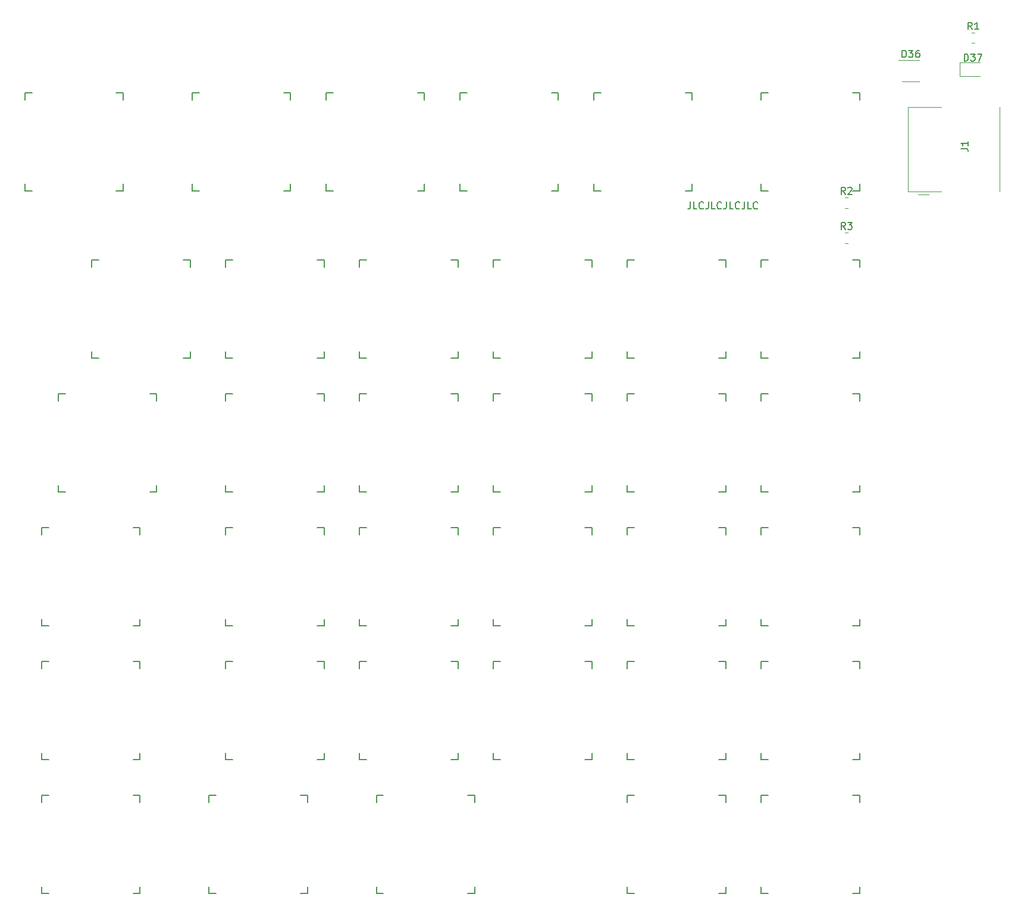
<source format=gto>
G04 #@! TF.GenerationSoftware,KiCad,Pcbnew,5.1.12-1.fc34*
G04 #@! TF.CreationDate,2021-12-19T19:02:19+02:00*
G04 #@! TF.ProjectId,slash_left,736c6173-685f-46c6-9566-742e6b696361,rev?*
G04 #@! TF.SameCoordinates,Original*
G04 #@! TF.FileFunction,Legend,Top*
G04 #@! TF.FilePolarity,Positive*
%FSLAX46Y46*%
G04 Gerber Fmt 4.6, Leading zero omitted, Abs format (unit mm)*
G04 Created by KiCad (PCBNEW 5.1.12-1.fc34) date 2021-12-19 19:02:19*
%MOMM*%
%LPD*%
G01*
G04 APERTURE LIST*
%ADD10C,0.150000*%
%ADD11C,0.120000*%
%ADD12C,1.701800*%
%ADD13C,3.987800*%
%ADD14C,3.000000*%
%ADD15R,1.520000X1.520000*%
%ADD16C,2.500000*%
%ADD17C,1.520000*%
%ADD18R,1.400000X1.000000*%
%ADD19R,1.400000X1.200000*%
G04 APERTURE END LIST*
D10*
X125780952Y-41882380D02*
X125780952Y-42596666D01*
X125733333Y-42739523D01*
X125638095Y-42834761D01*
X125495238Y-42882380D01*
X125400000Y-42882380D01*
X126733333Y-42882380D02*
X126257142Y-42882380D01*
X126257142Y-41882380D01*
X127638095Y-42787142D02*
X127590476Y-42834761D01*
X127447619Y-42882380D01*
X127352380Y-42882380D01*
X127209523Y-42834761D01*
X127114285Y-42739523D01*
X127066666Y-42644285D01*
X127019047Y-42453809D01*
X127019047Y-42310952D01*
X127066666Y-42120476D01*
X127114285Y-42025238D01*
X127209523Y-41930000D01*
X127352380Y-41882380D01*
X127447619Y-41882380D01*
X127590476Y-41930000D01*
X127638095Y-41977619D01*
X128352380Y-41882380D02*
X128352380Y-42596666D01*
X128304761Y-42739523D01*
X128209523Y-42834761D01*
X128066666Y-42882380D01*
X127971428Y-42882380D01*
X129304761Y-42882380D02*
X128828571Y-42882380D01*
X128828571Y-41882380D01*
X130209523Y-42787142D02*
X130161904Y-42834761D01*
X130019047Y-42882380D01*
X129923809Y-42882380D01*
X129780952Y-42834761D01*
X129685714Y-42739523D01*
X129638095Y-42644285D01*
X129590476Y-42453809D01*
X129590476Y-42310952D01*
X129638095Y-42120476D01*
X129685714Y-42025238D01*
X129780952Y-41930000D01*
X129923809Y-41882380D01*
X130019047Y-41882380D01*
X130161904Y-41930000D01*
X130209523Y-41977619D01*
X130923809Y-41882380D02*
X130923809Y-42596666D01*
X130876190Y-42739523D01*
X130780952Y-42834761D01*
X130638095Y-42882380D01*
X130542857Y-42882380D01*
X131876190Y-42882380D02*
X131400000Y-42882380D01*
X131400000Y-41882380D01*
X132780952Y-42787142D02*
X132733333Y-42834761D01*
X132590476Y-42882380D01*
X132495238Y-42882380D01*
X132352380Y-42834761D01*
X132257142Y-42739523D01*
X132209523Y-42644285D01*
X132161904Y-42453809D01*
X132161904Y-42310952D01*
X132209523Y-42120476D01*
X132257142Y-42025238D01*
X132352380Y-41930000D01*
X132495238Y-41882380D01*
X132590476Y-41882380D01*
X132733333Y-41930000D01*
X132780952Y-41977619D01*
X133495238Y-41882380D02*
X133495238Y-42596666D01*
X133447619Y-42739523D01*
X133352380Y-42834761D01*
X133209523Y-42882380D01*
X133114285Y-42882380D01*
X134447619Y-42882380D02*
X133971428Y-42882380D01*
X133971428Y-41882380D01*
X135352380Y-42787142D02*
X135304761Y-42834761D01*
X135161904Y-42882380D01*
X135066666Y-42882380D01*
X134923809Y-42834761D01*
X134828571Y-42739523D01*
X134780952Y-42644285D01*
X134733333Y-42453809D01*
X134733333Y-42310952D01*
X134780952Y-42120476D01*
X134828571Y-42025238D01*
X134923809Y-41930000D01*
X135066666Y-41882380D01*
X135161904Y-41882380D01*
X135304761Y-41930000D01*
X135352380Y-41977619D01*
X111775000Y-88250000D02*
X111775000Y-89250000D01*
X110775000Y-102250000D02*
X111775000Y-102250000D01*
X111775000Y-88250000D02*
X110775000Y-88250000D01*
X111775000Y-101250000D02*
X111775000Y-102250000D01*
X97775000Y-102250000D02*
X97775000Y-101250000D01*
X98775000Y-88250000D02*
X97775000Y-88250000D01*
X97775000Y-102250000D02*
X98775000Y-102250000D01*
X97775000Y-89250000D02*
X97775000Y-88250000D01*
X149875000Y-126350000D02*
X149875000Y-127350000D01*
X148875000Y-140350000D02*
X149875000Y-140350000D01*
X149875000Y-126350000D02*
X148875000Y-126350000D01*
X149875000Y-139350000D02*
X149875000Y-140350000D01*
X135875000Y-140350000D02*
X135875000Y-139350000D01*
X136875000Y-126350000D02*
X135875000Y-126350000D01*
X135875000Y-140350000D02*
X136875000Y-140350000D01*
X135875000Y-127350000D02*
X135875000Y-126350000D01*
X130825000Y-126350000D02*
X130825000Y-127350000D01*
X129825000Y-140350000D02*
X130825000Y-140350000D01*
X130825000Y-126350000D02*
X129825000Y-126350000D01*
X130825000Y-139350000D02*
X130825000Y-140350000D01*
X116825000Y-140350000D02*
X116825000Y-139350000D01*
X117825000Y-126350000D02*
X116825000Y-126350000D01*
X116825000Y-140350000D02*
X117825000Y-140350000D01*
X116825000Y-127350000D02*
X116825000Y-126350000D01*
X95106250Y-126350000D02*
X95106250Y-127350000D01*
X94106250Y-140350000D02*
X95106250Y-140350000D01*
X95106250Y-126350000D02*
X94106250Y-126350000D01*
X95106250Y-139350000D02*
X95106250Y-140350000D01*
X81106250Y-140350000D02*
X81106250Y-139350000D01*
X82106250Y-126350000D02*
X81106250Y-126350000D01*
X81106250Y-140350000D02*
X82106250Y-140350000D01*
X81106250Y-127350000D02*
X81106250Y-126350000D01*
X71293750Y-126350000D02*
X71293750Y-127350000D01*
X70293750Y-140350000D02*
X71293750Y-140350000D01*
X71293750Y-126350000D02*
X70293750Y-126350000D01*
X71293750Y-139350000D02*
X71293750Y-140350000D01*
X57293750Y-140350000D02*
X57293750Y-139350000D01*
X58293750Y-126350000D02*
X57293750Y-126350000D01*
X57293750Y-140350000D02*
X58293750Y-140350000D01*
X57293750Y-127350000D02*
X57293750Y-126350000D01*
X47481250Y-126350000D02*
X47481250Y-127350000D01*
X46481250Y-140350000D02*
X47481250Y-140350000D01*
X47481250Y-126350000D02*
X46481250Y-126350000D01*
X47481250Y-139350000D02*
X47481250Y-140350000D01*
X33481250Y-140350000D02*
X33481250Y-139350000D01*
X34481250Y-126350000D02*
X33481250Y-126350000D01*
X33481250Y-140350000D02*
X34481250Y-140350000D01*
X33481250Y-127350000D02*
X33481250Y-126350000D01*
X149875000Y-107300000D02*
X149875000Y-108300000D01*
X148875000Y-121300000D02*
X149875000Y-121300000D01*
X149875000Y-107300000D02*
X148875000Y-107300000D01*
X149875000Y-120300000D02*
X149875000Y-121300000D01*
X135875000Y-121300000D02*
X135875000Y-120300000D01*
X136875000Y-107300000D02*
X135875000Y-107300000D01*
X135875000Y-121300000D02*
X136875000Y-121300000D01*
X135875000Y-108300000D02*
X135875000Y-107300000D01*
X130825000Y-107300000D02*
X130825000Y-108300000D01*
X129825000Y-121300000D02*
X130825000Y-121300000D01*
X130825000Y-107300000D02*
X129825000Y-107300000D01*
X130825000Y-120300000D02*
X130825000Y-121300000D01*
X116825000Y-121300000D02*
X116825000Y-120300000D01*
X117825000Y-107300000D02*
X116825000Y-107300000D01*
X116825000Y-121300000D02*
X117825000Y-121300000D01*
X116825000Y-108300000D02*
X116825000Y-107300000D01*
X111775000Y-107300000D02*
X111775000Y-108300000D01*
X110775000Y-121300000D02*
X111775000Y-121300000D01*
X111775000Y-107300000D02*
X110775000Y-107300000D01*
X111775000Y-120300000D02*
X111775000Y-121300000D01*
X97775000Y-121300000D02*
X97775000Y-120300000D01*
X98775000Y-107300000D02*
X97775000Y-107300000D01*
X97775000Y-121300000D02*
X98775000Y-121300000D01*
X97775000Y-108300000D02*
X97775000Y-107300000D01*
X92725000Y-107300000D02*
X92725000Y-108300000D01*
X91725000Y-121300000D02*
X92725000Y-121300000D01*
X92725000Y-107300000D02*
X91725000Y-107300000D01*
X92725000Y-120300000D02*
X92725000Y-121300000D01*
X78725000Y-121300000D02*
X78725000Y-120300000D01*
X79725000Y-107300000D02*
X78725000Y-107300000D01*
X78725000Y-121300000D02*
X79725000Y-121300000D01*
X78725000Y-108300000D02*
X78725000Y-107300000D01*
X73675000Y-107300000D02*
X73675000Y-108300000D01*
X72675000Y-121300000D02*
X73675000Y-121300000D01*
X73675000Y-107300000D02*
X72675000Y-107300000D01*
X73675000Y-120300000D02*
X73675000Y-121300000D01*
X59675000Y-121300000D02*
X59675000Y-120300000D01*
X60675000Y-107300000D02*
X59675000Y-107300000D01*
X59675000Y-121300000D02*
X60675000Y-121300000D01*
X59675000Y-108300000D02*
X59675000Y-107300000D01*
X47481250Y-107300000D02*
X47481250Y-108300000D01*
X46481250Y-121300000D02*
X47481250Y-121300000D01*
X47481250Y-107300000D02*
X46481250Y-107300000D01*
X47481250Y-120300000D02*
X47481250Y-121300000D01*
X33481250Y-121300000D02*
X33481250Y-120300000D01*
X34481250Y-107300000D02*
X33481250Y-107300000D01*
X33481250Y-121300000D02*
X34481250Y-121300000D01*
X33481250Y-108300000D02*
X33481250Y-107300000D01*
X149875000Y-88250000D02*
X149875000Y-89250000D01*
X148875000Y-102250000D02*
X149875000Y-102250000D01*
X149875000Y-88250000D02*
X148875000Y-88250000D01*
X149875000Y-101250000D02*
X149875000Y-102250000D01*
X135875000Y-102250000D02*
X135875000Y-101250000D01*
X136875000Y-88250000D02*
X135875000Y-88250000D01*
X135875000Y-102250000D02*
X136875000Y-102250000D01*
X135875000Y-89250000D02*
X135875000Y-88250000D01*
X130825000Y-88250000D02*
X130825000Y-89250000D01*
X129825000Y-102250000D02*
X130825000Y-102250000D01*
X130825000Y-88250000D02*
X129825000Y-88250000D01*
X130825000Y-101250000D02*
X130825000Y-102250000D01*
X116825000Y-102250000D02*
X116825000Y-101250000D01*
X117825000Y-88250000D02*
X116825000Y-88250000D01*
X116825000Y-102250000D02*
X117825000Y-102250000D01*
X116825000Y-89250000D02*
X116825000Y-88250000D01*
X92725000Y-88250000D02*
X92725000Y-89250000D01*
X91725000Y-102250000D02*
X92725000Y-102250000D01*
X92725000Y-88250000D02*
X91725000Y-88250000D01*
X92725000Y-101250000D02*
X92725000Y-102250000D01*
X78725000Y-102250000D02*
X78725000Y-101250000D01*
X79725000Y-88250000D02*
X78725000Y-88250000D01*
X78725000Y-102250000D02*
X79725000Y-102250000D01*
X78725000Y-89250000D02*
X78725000Y-88250000D01*
X73675000Y-88250000D02*
X73675000Y-89250000D01*
X72675000Y-102250000D02*
X73675000Y-102250000D01*
X73675000Y-88250000D02*
X72675000Y-88250000D01*
X73675000Y-101250000D02*
X73675000Y-102250000D01*
X59675000Y-102250000D02*
X59675000Y-101250000D01*
X60675000Y-88250000D02*
X59675000Y-88250000D01*
X59675000Y-102250000D02*
X60675000Y-102250000D01*
X59675000Y-89250000D02*
X59675000Y-88250000D01*
X47481250Y-88250000D02*
X47481250Y-89250000D01*
X46481250Y-102250000D02*
X47481250Y-102250000D01*
X47481250Y-88250000D02*
X46481250Y-88250000D01*
X47481250Y-101250000D02*
X47481250Y-102250000D01*
X33481250Y-102250000D02*
X33481250Y-101250000D01*
X34481250Y-88250000D02*
X33481250Y-88250000D01*
X33481250Y-102250000D02*
X34481250Y-102250000D01*
X33481250Y-89250000D02*
X33481250Y-88250000D01*
X149875000Y-69200000D02*
X149875000Y-70200000D01*
X148875000Y-83200000D02*
X149875000Y-83200000D01*
X149875000Y-69200000D02*
X148875000Y-69200000D01*
X149875000Y-82200000D02*
X149875000Y-83200000D01*
X135875000Y-83200000D02*
X135875000Y-82200000D01*
X136875000Y-69200000D02*
X135875000Y-69200000D01*
X135875000Y-83200000D02*
X136875000Y-83200000D01*
X135875000Y-70200000D02*
X135875000Y-69200000D01*
X130825000Y-69200000D02*
X130825000Y-70200000D01*
X129825000Y-83200000D02*
X130825000Y-83200000D01*
X130825000Y-69200000D02*
X129825000Y-69200000D01*
X130825000Y-82200000D02*
X130825000Y-83200000D01*
X116825000Y-83200000D02*
X116825000Y-82200000D01*
X117825000Y-69200000D02*
X116825000Y-69200000D01*
X116825000Y-83200000D02*
X117825000Y-83200000D01*
X116825000Y-70200000D02*
X116825000Y-69200000D01*
X111775000Y-69200000D02*
X111775000Y-70200000D01*
X110775000Y-83200000D02*
X111775000Y-83200000D01*
X111775000Y-69200000D02*
X110775000Y-69200000D01*
X111775000Y-82200000D02*
X111775000Y-83200000D01*
X97775000Y-83200000D02*
X97775000Y-82200000D01*
X98775000Y-69200000D02*
X97775000Y-69200000D01*
X97775000Y-83200000D02*
X98775000Y-83200000D01*
X97775000Y-70200000D02*
X97775000Y-69200000D01*
X92725000Y-69200000D02*
X92725000Y-70200000D01*
X91725000Y-83200000D02*
X92725000Y-83200000D01*
X92725000Y-69200000D02*
X91725000Y-69200000D01*
X92725000Y-82200000D02*
X92725000Y-83200000D01*
X78725000Y-83200000D02*
X78725000Y-82200000D01*
X79725000Y-69200000D02*
X78725000Y-69200000D01*
X78725000Y-83200000D02*
X79725000Y-83200000D01*
X78725000Y-70200000D02*
X78725000Y-69200000D01*
X73675000Y-69200000D02*
X73675000Y-70200000D01*
X72675000Y-83200000D02*
X73675000Y-83200000D01*
X73675000Y-69200000D02*
X72675000Y-69200000D01*
X73675000Y-82200000D02*
X73675000Y-83200000D01*
X59675000Y-83200000D02*
X59675000Y-82200000D01*
X60675000Y-69200000D02*
X59675000Y-69200000D01*
X59675000Y-83200000D02*
X60675000Y-83200000D01*
X59675000Y-70200000D02*
X59675000Y-69200000D01*
X49862500Y-69200000D02*
X49862500Y-70200000D01*
X48862500Y-83200000D02*
X49862500Y-83200000D01*
X49862500Y-69200000D02*
X48862500Y-69200000D01*
X49862500Y-82200000D02*
X49862500Y-83200000D01*
X35862500Y-83200000D02*
X35862500Y-82200000D01*
X36862500Y-69200000D02*
X35862500Y-69200000D01*
X35862500Y-83200000D02*
X36862500Y-83200000D01*
X35862500Y-70200000D02*
X35862500Y-69200000D01*
X149875000Y-50150000D02*
X149875000Y-51150000D01*
X148875000Y-64150000D02*
X149875000Y-64150000D01*
X149875000Y-50150000D02*
X148875000Y-50150000D01*
X149875000Y-63150000D02*
X149875000Y-64150000D01*
X135875000Y-64150000D02*
X135875000Y-63150000D01*
X136875000Y-50150000D02*
X135875000Y-50150000D01*
X135875000Y-64150000D02*
X136875000Y-64150000D01*
X135875000Y-51150000D02*
X135875000Y-50150000D01*
X130825000Y-50150000D02*
X130825000Y-51150000D01*
X129825000Y-64150000D02*
X130825000Y-64150000D01*
X130825000Y-50150000D02*
X129825000Y-50150000D01*
X130825000Y-63150000D02*
X130825000Y-64150000D01*
X116825000Y-64150000D02*
X116825000Y-63150000D01*
X117825000Y-50150000D02*
X116825000Y-50150000D01*
X116825000Y-64150000D02*
X117825000Y-64150000D01*
X116825000Y-51150000D02*
X116825000Y-50150000D01*
X111775000Y-50150000D02*
X111775000Y-51150000D01*
X110775000Y-64150000D02*
X111775000Y-64150000D01*
X111775000Y-50150000D02*
X110775000Y-50150000D01*
X111775000Y-63150000D02*
X111775000Y-64150000D01*
X97775000Y-64150000D02*
X97775000Y-63150000D01*
X98775000Y-50150000D02*
X97775000Y-50150000D01*
X97775000Y-64150000D02*
X98775000Y-64150000D01*
X97775000Y-51150000D02*
X97775000Y-50150000D01*
X92725000Y-50150000D02*
X92725000Y-51150000D01*
X91725000Y-64150000D02*
X92725000Y-64150000D01*
X92725000Y-50150000D02*
X91725000Y-50150000D01*
X92725000Y-63150000D02*
X92725000Y-64150000D01*
X78725000Y-64150000D02*
X78725000Y-63150000D01*
X79725000Y-50150000D02*
X78725000Y-50150000D01*
X78725000Y-64150000D02*
X79725000Y-64150000D01*
X78725000Y-51150000D02*
X78725000Y-50150000D01*
X73675000Y-50150000D02*
X73675000Y-51150000D01*
X72675000Y-64150000D02*
X73675000Y-64150000D01*
X73675000Y-50150000D02*
X72675000Y-50150000D01*
X73675000Y-63150000D02*
X73675000Y-64150000D01*
X59675000Y-64150000D02*
X59675000Y-63150000D01*
X60675000Y-50150000D02*
X59675000Y-50150000D01*
X59675000Y-64150000D02*
X60675000Y-64150000D01*
X59675000Y-51150000D02*
X59675000Y-50150000D01*
X54625000Y-50150000D02*
X54625000Y-51150000D01*
X53625000Y-64150000D02*
X54625000Y-64150000D01*
X54625000Y-50150000D02*
X53625000Y-50150000D01*
X54625000Y-63150000D02*
X54625000Y-64150000D01*
X40625000Y-64150000D02*
X40625000Y-63150000D01*
X41625000Y-50150000D02*
X40625000Y-50150000D01*
X40625000Y-64150000D02*
X41625000Y-64150000D01*
X40625000Y-51150000D02*
X40625000Y-50150000D01*
X149875000Y-26337500D02*
X149875000Y-27337500D01*
X148875000Y-40337500D02*
X149875000Y-40337500D01*
X149875000Y-26337500D02*
X148875000Y-26337500D01*
X149875000Y-39337500D02*
X149875000Y-40337500D01*
X135875000Y-40337500D02*
X135875000Y-39337500D01*
X136875000Y-26337500D02*
X135875000Y-26337500D01*
X135875000Y-40337500D02*
X136875000Y-40337500D01*
X135875000Y-27337500D02*
X135875000Y-26337500D01*
X126062500Y-26337500D02*
X126062500Y-27337500D01*
X125062500Y-40337500D02*
X126062500Y-40337500D01*
X126062500Y-26337500D02*
X125062500Y-26337500D01*
X126062500Y-39337500D02*
X126062500Y-40337500D01*
X112062500Y-40337500D02*
X112062500Y-39337500D01*
X113062500Y-26337500D02*
X112062500Y-26337500D01*
X112062500Y-40337500D02*
X113062500Y-40337500D01*
X112062500Y-27337500D02*
X112062500Y-26337500D01*
X107012500Y-26337500D02*
X107012500Y-27337500D01*
X106012500Y-40337500D02*
X107012500Y-40337500D01*
X107012500Y-26337500D02*
X106012500Y-26337500D01*
X107012500Y-39337500D02*
X107012500Y-40337500D01*
X93012500Y-40337500D02*
X93012500Y-39337500D01*
X94012500Y-26337500D02*
X93012500Y-26337500D01*
X93012500Y-40337500D02*
X94012500Y-40337500D01*
X93012500Y-27337500D02*
X93012500Y-26337500D01*
X87962500Y-26337500D02*
X87962500Y-27337500D01*
X86962500Y-40337500D02*
X87962500Y-40337500D01*
X87962500Y-26337500D02*
X86962500Y-26337500D01*
X87962500Y-39337500D02*
X87962500Y-40337500D01*
X73962500Y-40337500D02*
X73962500Y-39337500D01*
X74962500Y-26337500D02*
X73962500Y-26337500D01*
X73962500Y-40337500D02*
X74962500Y-40337500D01*
X73962500Y-27337500D02*
X73962500Y-26337500D01*
X68912500Y-26337500D02*
X68912500Y-27337500D01*
X67912500Y-40337500D02*
X68912500Y-40337500D01*
X68912500Y-26337500D02*
X67912500Y-26337500D01*
X68912500Y-39337500D02*
X68912500Y-40337500D01*
X54912500Y-40337500D02*
X54912500Y-39337500D01*
X55912500Y-26337500D02*
X54912500Y-26337500D01*
X54912500Y-40337500D02*
X55912500Y-40337500D01*
X54912500Y-27337500D02*
X54912500Y-26337500D01*
X45100000Y-26337500D02*
X45100000Y-27337500D01*
X44100000Y-40337500D02*
X45100000Y-40337500D01*
X45100000Y-26337500D02*
X44100000Y-26337500D01*
X45100000Y-39337500D02*
X45100000Y-40337500D01*
X31100000Y-40337500D02*
X31100000Y-39337500D01*
X32100000Y-26337500D02*
X31100000Y-26337500D01*
X31100000Y-40337500D02*
X32100000Y-40337500D01*
X31100000Y-27337500D02*
X31100000Y-26337500D01*
D11*
X147772936Y-47735000D02*
X148227064Y-47735000D01*
X147772936Y-46265000D02*
X148227064Y-46265000D01*
X147772936Y-42735000D02*
X148227064Y-42735000D01*
X147772936Y-41265000D02*
X148227064Y-41265000D01*
X165812936Y-19255000D02*
X166267064Y-19255000D01*
X165812936Y-17785000D02*
X166267064Y-17785000D01*
X159700000Y-40840000D02*
X158170000Y-40840000D01*
X161470000Y-40370000D02*
X156770000Y-40370000D01*
X169770000Y-28390000D02*
X169770000Y-40370000D01*
X156770000Y-28390000D02*
X161470000Y-28390000D01*
X156770000Y-40370000D02*
X156770000Y-28390000D01*
X164120000Y-23980000D02*
X166980000Y-23980000D01*
X164120000Y-22060000D02*
X164120000Y-23980000D01*
X166980000Y-22060000D02*
X164120000Y-22060000D01*
X158340000Y-21680000D02*
X155390000Y-21680000D01*
X155940000Y-24780000D02*
X158340000Y-24780000D01*
D10*
X147833333Y-45802380D02*
X147500000Y-45326190D01*
X147261904Y-45802380D02*
X147261904Y-44802380D01*
X147642857Y-44802380D01*
X147738095Y-44850000D01*
X147785714Y-44897619D01*
X147833333Y-44992857D01*
X147833333Y-45135714D01*
X147785714Y-45230952D01*
X147738095Y-45278571D01*
X147642857Y-45326190D01*
X147261904Y-45326190D01*
X148166666Y-44802380D02*
X148785714Y-44802380D01*
X148452380Y-45183333D01*
X148595238Y-45183333D01*
X148690476Y-45230952D01*
X148738095Y-45278571D01*
X148785714Y-45373809D01*
X148785714Y-45611904D01*
X148738095Y-45707142D01*
X148690476Y-45754761D01*
X148595238Y-45802380D01*
X148309523Y-45802380D01*
X148214285Y-45754761D01*
X148166666Y-45707142D01*
X147833333Y-40802380D02*
X147500000Y-40326190D01*
X147261904Y-40802380D02*
X147261904Y-39802380D01*
X147642857Y-39802380D01*
X147738095Y-39850000D01*
X147785714Y-39897619D01*
X147833333Y-39992857D01*
X147833333Y-40135714D01*
X147785714Y-40230952D01*
X147738095Y-40278571D01*
X147642857Y-40326190D01*
X147261904Y-40326190D01*
X148214285Y-39897619D02*
X148261904Y-39850000D01*
X148357142Y-39802380D01*
X148595238Y-39802380D01*
X148690476Y-39850000D01*
X148738095Y-39897619D01*
X148785714Y-39992857D01*
X148785714Y-40088095D01*
X148738095Y-40230952D01*
X148166666Y-40802380D01*
X148785714Y-40802380D01*
X165873333Y-17322380D02*
X165540000Y-16846190D01*
X165301904Y-17322380D02*
X165301904Y-16322380D01*
X165682857Y-16322380D01*
X165778095Y-16370000D01*
X165825714Y-16417619D01*
X165873333Y-16512857D01*
X165873333Y-16655714D01*
X165825714Y-16750952D01*
X165778095Y-16798571D01*
X165682857Y-16846190D01*
X165301904Y-16846190D01*
X166825714Y-17322380D02*
X166254285Y-17322380D01*
X166540000Y-17322380D02*
X166540000Y-16322380D01*
X166444761Y-16465238D01*
X166349523Y-16560476D01*
X166254285Y-16608095D01*
X164282380Y-34273333D02*
X164996666Y-34273333D01*
X165139523Y-34320952D01*
X165234761Y-34416190D01*
X165282380Y-34559047D01*
X165282380Y-34654285D01*
X165282380Y-33273333D02*
X165282380Y-33844761D01*
X165282380Y-33559047D02*
X164282380Y-33559047D01*
X164425238Y-33654285D01*
X164520476Y-33749523D01*
X164568095Y-33844761D01*
X164765714Y-21822380D02*
X164765714Y-20822380D01*
X165003809Y-20822380D01*
X165146666Y-20870000D01*
X165241904Y-20965238D01*
X165289523Y-21060476D01*
X165337142Y-21250952D01*
X165337142Y-21393809D01*
X165289523Y-21584285D01*
X165241904Y-21679523D01*
X165146666Y-21774761D01*
X165003809Y-21822380D01*
X164765714Y-21822380D01*
X165670476Y-20822380D02*
X166289523Y-20822380D01*
X165956190Y-21203333D01*
X166099047Y-21203333D01*
X166194285Y-21250952D01*
X166241904Y-21298571D01*
X166289523Y-21393809D01*
X166289523Y-21631904D01*
X166241904Y-21727142D01*
X166194285Y-21774761D01*
X166099047Y-21822380D01*
X165813333Y-21822380D01*
X165718095Y-21774761D01*
X165670476Y-21727142D01*
X166622857Y-20822380D02*
X167289523Y-20822380D01*
X166860952Y-21822380D01*
X155945714Y-21302380D02*
X155945714Y-20302380D01*
X156183809Y-20302380D01*
X156326666Y-20350000D01*
X156421904Y-20445238D01*
X156469523Y-20540476D01*
X156517142Y-20730952D01*
X156517142Y-20873809D01*
X156469523Y-21064285D01*
X156421904Y-21159523D01*
X156326666Y-21254761D01*
X156183809Y-21302380D01*
X155945714Y-21302380D01*
X156850476Y-20302380D02*
X157469523Y-20302380D01*
X157136190Y-20683333D01*
X157279047Y-20683333D01*
X157374285Y-20730952D01*
X157421904Y-20778571D01*
X157469523Y-20873809D01*
X157469523Y-21111904D01*
X157421904Y-21207142D01*
X157374285Y-21254761D01*
X157279047Y-21302380D01*
X156993333Y-21302380D01*
X156898095Y-21254761D01*
X156850476Y-21207142D01*
X158326666Y-20302380D02*
X158136190Y-20302380D01*
X158040952Y-20350000D01*
X157993333Y-20397619D01*
X157898095Y-20540476D01*
X157850476Y-20730952D01*
X157850476Y-21111904D01*
X157898095Y-21207142D01*
X157945714Y-21254761D01*
X158040952Y-21302380D01*
X158231428Y-21302380D01*
X158326666Y-21254761D01*
X158374285Y-21207142D01*
X158421904Y-21111904D01*
X158421904Y-20873809D01*
X158374285Y-20778571D01*
X158326666Y-20730952D01*
X158231428Y-20683333D01*
X158040952Y-20683333D01*
X157945714Y-20730952D01*
X157898095Y-20778571D01*
X157850476Y-20873809D01*
%LPC*%
D12*
X99695000Y-95250000D03*
X109855000Y-95250000D03*
D13*
X104775000Y-95250000D03*
D14*
X100965000Y-92710000D03*
X107315000Y-90170000D03*
D12*
X137795000Y-133350000D03*
X147955000Y-133350000D03*
D13*
X142875000Y-133350000D03*
D14*
X139065000Y-130810000D03*
X145415000Y-128270000D03*
D12*
X118745000Y-133350000D03*
X128905000Y-133350000D03*
D13*
X123825000Y-133350000D03*
D14*
X120015000Y-130810000D03*
X126365000Y-128270000D03*
D12*
X83026250Y-133350000D03*
X93186250Y-133350000D03*
D13*
X88106250Y-133350000D03*
D14*
X84296250Y-130810000D03*
X90646250Y-128270000D03*
D12*
X59213750Y-133350000D03*
X69373750Y-133350000D03*
D13*
X64293750Y-133350000D03*
D14*
X60483750Y-130810000D03*
X66833750Y-128270000D03*
D12*
X35401250Y-133350000D03*
X45561250Y-133350000D03*
D13*
X40481250Y-133350000D03*
D14*
X36671250Y-130810000D03*
X43021250Y-128270000D03*
D12*
X137795000Y-114300000D03*
X147955000Y-114300000D03*
D13*
X142875000Y-114300000D03*
D14*
X139065000Y-111760000D03*
X145415000Y-109220000D03*
D12*
X118745000Y-114300000D03*
X128905000Y-114300000D03*
D13*
X123825000Y-114300000D03*
D14*
X120015000Y-111760000D03*
X126365000Y-109220000D03*
D12*
X99695000Y-114300000D03*
X109855000Y-114300000D03*
D13*
X104775000Y-114300000D03*
D14*
X100965000Y-111760000D03*
X107315000Y-109220000D03*
D12*
X80645000Y-114300000D03*
X90805000Y-114300000D03*
D13*
X85725000Y-114300000D03*
D14*
X81915000Y-111760000D03*
X88265000Y-109220000D03*
D12*
X61595000Y-114300000D03*
X71755000Y-114300000D03*
D13*
X66675000Y-114300000D03*
D14*
X62865000Y-111760000D03*
X69215000Y-109220000D03*
D12*
X35401250Y-114300000D03*
X45561250Y-114300000D03*
D13*
X40481250Y-114300000D03*
D14*
X36671250Y-111760000D03*
X43021250Y-109220000D03*
D12*
X137795000Y-95250000D03*
X147955000Y-95250000D03*
D13*
X142875000Y-95250000D03*
D14*
X139065000Y-92710000D03*
X145415000Y-90170000D03*
D12*
X118745000Y-95250000D03*
X128905000Y-95250000D03*
D13*
X123825000Y-95250000D03*
D14*
X120015000Y-92710000D03*
X126365000Y-90170000D03*
D12*
X80645000Y-95250000D03*
X90805000Y-95250000D03*
D13*
X85725000Y-95250000D03*
D14*
X81915000Y-92710000D03*
X88265000Y-90170000D03*
D12*
X61595000Y-95250000D03*
X71755000Y-95250000D03*
D13*
X66675000Y-95250000D03*
D14*
X62865000Y-92710000D03*
X69215000Y-90170000D03*
D12*
X35401250Y-95250000D03*
X45561250Y-95250000D03*
D13*
X40481250Y-95250000D03*
D14*
X36671250Y-92710000D03*
X43021250Y-90170000D03*
D12*
X137795000Y-76200000D03*
X147955000Y-76200000D03*
D13*
X142875000Y-76200000D03*
D14*
X139065000Y-73660000D03*
X145415000Y-71120000D03*
D12*
X118745000Y-76200000D03*
X128905000Y-76200000D03*
D13*
X123825000Y-76200000D03*
D14*
X120015000Y-73660000D03*
X126365000Y-71120000D03*
D12*
X99695000Y-76200000D03*
X109855000Y-76200000D03*
D13*
X104775000Y-76200000D03*
D14*
X100965000Y-73660000D03*
X107315000Y-71120000D03*
D12*
X80645000Y-76200000D03*
X90805000Y-76200000D03*
D13*
X85725000Y-76200000D03*
D14*
X81915000Y-73660000D03*
X88265000Y-71120000D03*
D12*
X61595000Y-76200000D03*
X71755000Y-76200000D03*
D13*
X66675000Y-76200000D03*
D14*
X62865000Y-73660000D03*
X69215000Y-71120000D03*
D12*
X37782500Y-76200000D03*
X47942500Y-76200000D03*
D13*
X42862500Y-76200000D03*
D14*
X39052500Y-73660000D03*
X45402500Y-71120000D03*
D12*
X137795000Y-57150000D03*
X147955000Y-57150000D03*
D13*
X142875000Y-57150000D03*
D14*
X139065000Y-54610000D03*
X145415000Y-52070000D03*
D12*
X118745000Y-57150000D03*
X128905000Y-57150000D03*
D13*
X123825000Y-57150000D03*
D14*
X120015000Y-54610000D03*
X126365000Y-52070000D03*
D12*
X99695000Y-57150000D03*
X109855000Y-57150000D03*
D13*
X104775000Y-57150000D03*
D14*
X100965000Y-54610000D03*
X107315000Y-52070000D03*
D12*
X80645000Y-57150000D03*
X90805000Y-57150000D03*
D13*
X85725000Y-57150000D03*
D14*
X81915000Y-54610000D03*
X88265000Y-52070000D03*
D12*
X61595000Y-57150000D03*
X71755000Y-57150000D03*
D13*
X66675000Y-57150000D03*
D14*
X62865000Y-54610000D03*
X69215000Y-52070000D03*
D12*
X42545000Y-57150000D03*
X52705000Y-57150000D03*
D13*
X47625000Y-57150000D03*
D14*
X43815000Y-54610000D03*
X50165000Y-52070000D03*
D12*
X137795000Y-33337500D03*
X147955000Y-33337500D03*
D13*
X142875000Y-33337500D03*
D14*
X139065000Y-30797500D03*
X145415000Y-28257500D03*
D12*
X113982500Y-33337500D03*
X124142500Y-33337500D03*
D13*
X119062500Y-33337500D03*
D14*
X115252500Y-30797500D03*
X121602500Y-28257500D03*
D12*
X94932500Y-33337500D03*
X105092500Y-33337500D03*
D13*
X100012500Y-33337500D03*
D14*
X96202500Y-30797500D03*
X102552500Y-28257500D03*
D12*
X75882500Y-33337500D03*
X86042500Y-33337500D03*
D13*
X80962500Y-33337500D03*
D14*
X77152500Y-30797500D03*
X83502500Y-28257500D03*
D12*
X56832500Y-33337500D03*
X66992500Y-33337500D03*
D13*
X61912500Y-33337500D03*
D14*
X58102500Y-30797500D03*
X64452500Y-28257500D03*
D12*
X33020000Y-33337500D03*
X43180000Y-33337500D03*
D13*
X38100000Y-33337500D03*
D14*
X34290000Y-30797500D03*
X40640000Y-28257500D03*
G36*
G01*
X148400000Y-47450001D02*
X148400000Y-46549999D01*
G75*
G02*
X148649999Y-46300000I249999J0D01*
G01*
X149350001Y-46300000D01*
G75*
G02*
X149600000Y-46549999I0J-249999D01*
G01*
X149600000Y-47450001D01*
G75*
G02*
X149350001Y-47700000I-249999J0D01*
G01*
X148649999Y-47700000D01*
G75*
G02*
X148400000Y-47450001I0J249999D01*
G01*
G37*
G36*
G01*
X146400000Y-47450001D02*
X146400000Y-46549999D01*
G75*
G02*
X146649999Y-46300000I249999J0D01*
G01*
X147350001Y-46300000D01*
G75*
G02*
X147600000Y-46549999I0J-249999D01*
G01*
X147600000Y-47450001D01*
G75*
G02*
X147350001Y-47700000I-249999J0D01*
G01*
X146649999Y-47700000D01*
G75*
G02*
X146400000Y-47450001I0J249999D01*
G01*
G37*
G36*
G01*
X148400000Y-42450001D02*
X148400000Y-41549999D01*
G75*
G02*
X148649999Y-41300000I249999J0D01*
G01*
X149350001Y-41300000D01*
G75*
G02*
X149600000Y-41549999I0J-249999D01*
G01*
X149600000Y-42450001D01*
G75*
G02*
X149350001Y-42700000I-249999J0D01*
G01*
X148649999Y-42700000D01*
G75*
G02*
X148400000Y-42450001I0J249999D01*
G01*
G37*
G36*
G01*
X146400000Y-42450001D02*
X146400000Y-41549999D01*
G75*
G02*
X146649999Y-41300000I249999J0D01*
G01*
X147350001Y-41300000D01*
G75*
G02*
X147600000Y-41549999I0J-249999D01*
G01*
X147600000Y-42450001D01*
G75*
G02*
X147350001Y-42700000I-249999J0D01*
G01*
X146649999Y-42700000D01*
G75*
G02*
X146400000Y-42450001I0J249999D01*
G01*
G37*
G36*
G01*
X166440000Y-18970001D02*
X166440000Y-18069999D01*
G75*
G02*
X166689999Y-17820000I249999J0D01*
G01*
X167390001Y-17820000D01*
G75*
G02*
X167640000Y-18069999I0J-249999D01*
G01*
X167640000Y-18970001D01*
G75*
G02*
X167390001Y-19220000I-249999J0D01*
G01*
X166689999Y-19220000D01*
G75*
G02*
X166440000Y-18970001I0J249999D01*
G01*
G37*
G36*
G01*
X164440000Y-18970001D02*
X164440000Y-18069999D01*
G75*
G02*
X164689999Y-17820000I249999J0D01*
G01*
X165390001Y-17820000D01*
G75*
G02*
X165640000Y-18069999I0J-249999D01*
G01*
X165640000Y-18970001D01*
G75*
G02*
X165390001Y-19220000I-249999J0D01*
G01*
X164689999Y-19220000D01*
G75*
G02*
X164440000Y-18970001I0J249999D01*
G01*
G37*
D15*
X158930000Y-36940000D03*
D16*
X163770000Y-40390000D03*
D17*
X161470000Y-35920000D03*
X158930000Y-34900000D03*
X161470000Y-33880000D03*
X158930000Y-32860000D03*
X161470000Y-31840000D03*
D16*
X163770000Y-28390000D03*
G36*
G01*
X166430000Y-23470001D02*
X166430000Y-22569999D01*
G75*
G02*
X166679999Y-22320000I249999J0D01*
G01*
X167330001Y-22320000D01*
G75*
G02*
X167580000Y-22569999I0J-249999D01*
G01*
X167580000Y-23470001D01*
G75*
G02*
X167330001Y-23720000I-249999J0D01*
G01*
X166679999Y-23720000D01*
G75*
G02*
X166430000Y-23470001I0J249999D01*
G01*
G37*
G36*
G01*
X164380000Y-23470001D02*
X164380000Y-22569999D01*
G75*
G02*
X164629999Y-22320000I249999J0D01*
G01*
X165280001Y-22320000D01*
G75*
G02*
X165530000Y-22569999I0J-249999D01*
G01*
X165530000Y-23470001D01*
G75*
G02*
X165280001Y-23720000I-249999J0D01*
G01*
X164629999Y-23720000D01*
G75*
G02*
X164380000Y-23470001I0J249999D01*
G01*
G37*
D18*
X158240000Y-22280000D03*
X158240000Y-24180000D03*
X156040000Y-24180000D03*
D19*
X156040000Y-22460000D03*
M02*

</source>
